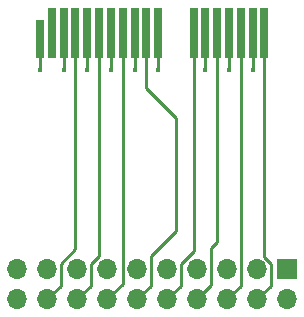
<source format=gbr>
%TF.GenerationSoftware,KiCad,Pcbnew,7.0.7-7.0.7~ubuntu22.04.1*%
%TF.CreationDate,2023-10-27T12:25:05+02:00*%
%TF.ProjectId,logic_probe,6c6f6769-635f-4707-926f-62652e6b6963,rev?*%
%TF.SameCoordinates,Original*%
%TF.FileFunction,Copper,L1,Top*%
%TF.FilePolarity,Positive*%
%FSLAX46Y46*%
G04 Gerber Fmt 4.6, Leading zero omitted, Abs format (unit mm)*
G04 Created by KiCad (PCBNEW 7.0.7-7.0.7~ubuntu22.04.1) date 2023-10-27 12:25:05*
%MOMM*%
%LPD*%
G01*
G04 APERTURE LIST*
%TA.AperFunction,ComponentPad*%
%ADD10R,1.700000X1.700000*%
%TD*%
%TA.AperFunction,ComponentPad*%
%ADD11O,1.700000X1.700000*%
%TD*%
%TA.AperFunction,ConnectorPad*%
%ADD12R,0.700000X4.300000*%
%TD*%
%TA.AperFunction,ConnectorPad*%
%ADD13R,0.700000X3.200000*%
%TD*%
%TA.AperFunction,ViaPad*%
%ADD14C,0.400000*%
%TD*%
%TA.AperFunction,Conductor*%
%ADD15C,0.250000*%
%TD*%
G04 APERTURE END LIST*
D10*
%TO.P,J2,1,Pin_1*%
%TO.N,GND*%
X111435000Y-102350000D03*
D11*
%TO.P,J2,2,Pin_2*%
X111435000Y-104890000D03*
%TO.P,J2,3,Pin_3*%
%TO.N,/D0*%
X108895000Y-102350000D03*
%TO.P,J2,4,Pin_4*%
%TO.N,/D8*%
X108895000Y-104890000D03*
%TO.P,J2,5,Pin_5*%
%TO.N,/D1*%
X106355000Y-102350000D03*
%TO.P,J2,6,Pin_6*%
%TO.N,/D9*%
X106355000Y-104890000D03*
%TO.P,J2,7,Pin_7*%
%TO.N,/D2*%
X103815000Y-102350000D03*
%TO.P,J2,8,Pin_8*%
%TO.N,/D10*%
X103815000Y-104890000D03*
%TO.P,J2,9,Pin_9*%
%TO.N,/D3*%
X101275000Y-102350000D03*
%TO.P,J2,10,Pin_10*%
%TO.N,/D11*%
X101275000Y-104890000D03*
%TO.P,J2,11,Pin_11*%
%TO.N,/D4*%
X98735000Y-102350000D03*
%TO.P,J2,12,Pin_12*%
%TO.N,/D12*%
X98735000Y-104890000D03*
%TO.P,J2,13,Pin_13*%
%TO.N,/D5*%
X96195000Y-102350000D03*
%TO.P,J2,14,Pin_14*%
%TO.N,/D13*%
X96195000Y-104890000D03*
%TO.P,J2,15,Pin_15*%
%TO.N,/D6*%
X93655000Y-102350000D03*
%TO.P,J2,16,Pin_16*%
%TO.N,/D14*%
X93655000Y-104890000D03*
%TO.P,J2,17,Pin_17*%
%TO.N,/D7*%
X91115000Y-102350000D03*
%TO.P,J2,18,Pin_18*%
%TO.N,/D15*%
X91115000Y-104890000D03*
%TO.P,J2,19,Pin_19*%
%TO.N,GND*%
X88575000Y-102350000D03*
%TO.P,J2,20,Pin_20*%
X88575000Y-104890000D03*
%TD*%
D12*
%TO.P,J1,A18,A18*%
%TO.N,/D8*%
X109500000Y-82300000D03*
%TO.P,J1,A17,A17*%
%TO.N,GND*%
X108500000Y-82300000D03*
%TO.P,J1,A16,A16*%
%TO.N,/D9*%
X107500000Y-82300000D03*
%TO.P,J1,A15,A15*%
%TO.N,GND*%
X106500000Y-82300000D03*
%TO.P,J1,A14,A14*%
%TO.N,/D10*%
X105500000Y-82300000D03*
%TO.P,J1,A13,A13*%
%TO.N,GND*%
X104500000Y-82300000D03*
%TO.P,J1,A12,A12*%
%TO.N,/D11*%
X103500000Y-82300000D03*
%TO.P,J1,A11,A11*%
%TO.N,GND*%
X100500000Y-82300000D03*
%TO.P,J1,A10,A10*%
%TO.N,/D12*%
X99500000Y-82300000D03*
%TO.P,J1,A9,A9*%
%TO.N,GND*%
X98500000Y-82300000D03*
%TO.P,J1,A8,A8*%
%TO.N,/D13*%
X97500000Y-82300000D03*
%TO.P,J1,A7,A7*%
%TO.N,GND*%
X96500000Y-82300000D03*
%TO.P,J1,A6,A6*%
%TO.N,/D14*%
X95500000Y-82300000D03*
%TO.P,J1,A5,A5*%
%TO.N,GND*%
X94500000Y-82300000D03*
%TO.P,J1,A4,A4*%
%TO.N,/D15*%
X93500000Y-82300000D03*
%TO.P,J1,A3,A3*%
%TO.N,GND*%
X92500000Y-82300000D03*
%TO.P,J1,A2,A2*%
%TO.N,unconnected-(J1-PadA2)*%
X91500000Y-82300000D03*
D13*
%TO.P,J1,A1,A1*%
%TO.N,GND*%
X90500000Y-82850000D03*
%TD*%
D14*
%TO.N,GND*%
X108500000Y-85500000D03*
X106500000Y-85500000D03*
X104500000Y-85500000D03*
X100500000Y-85500000D03*
X98500000Y-85500000D03*
X96500000Y-85500000D03*
X94500000Y-85500000D03*
X92500000Y-85500000D03*
X90500000Y-85500000D03*
%TD*%
D15*
%TO.N,/D10*%
X105500000Y-82300000D02*
X105500000Y-100000000D01*
X105500000Y-100000000D02*
X105000000Y-100500000D01*
X105000000Y-100500000D02*
X105000000Y-103705000D01*
X105000000Y-103705000D02*
X103815000Y-104890000D01*
%TO.N,/D12*%
X98735000Y-104890000D02*
X99910000Y-103715000D01*
X102000000Y-89500000D02*
X99500000Y-87000000D01*
X99910000Y-103715000D02*
X99910000Y-101226650D01*
X99910000Y-101226650D02*
X102000000Y-99136650D01*
X102000000Y-99136650D02*
X102000000Y-89500000D01*
X99500000Y-87000000D02*
X99500000Y-82300000D01*
%TO.N,/D8*%
X108895000Y-104890000D02*
X110070000Y-103715000D01*
X110070000Y-103715000D02*
X110070000Y-101863299D01*
X110070000Y-101863299D02*
X109500000Y-101293299D01*
X109500000Y-101293299D02*
X109500000Y-82300000D01*
%TO.N,/D9*%
X106355000Y-104890000D02*
X107530000Y-103715000D01*
X107530000Y-103715000D02*
X107530000Y-82330000D01*
X107530000Y-82330000D02*
X107500000Y-82300000D01*
%TO.N,/D11*%
X101275000Y-104890000D02*
X102450000Y-103715000D01*
X102450000Y-103715000D02*
X102450000Y-101863299D01*
X102450000Y-101863299D02*
X103500000Y-100813299D01*
X103500000Y-100813299D02*
X103500000Y-82300000D01*
%TO.N,/D13*%
X96195000Y-104890000D02*
X97500000Y-103585000D01*
X97500000Y-103585000D02*
X97500000Y-82300000D01*
%TO.N,/D14*%
X93655000Y-104890000D02*
X94830000Y-103715000D01*
X94830000Y-103715000D02*
X94830000Y-101863299D01*
X94830000Y-101863299D02*
X95500000Y-101193299D01*
X95500000Y-101193299D02*
X95500000Y-82300000D01*
%TO.N,/D15*%
X91115000Y-104890000D02*
X92290000Y-103715000D01*
X92290000Y-103715000D02*
X92290000Y-101863299D01*
X92290000Y-101863299D02*
X93500000Y-100653299D01*
X93500000Y-100653299D02*
X93500000Y-82300000D01*
%TO.N,GND*%
X108500000Y-82300000D02*
X108500000Y-85500000D01*
X106500000Y-82300000D02*
X106500000Y-85500000D01*
X104500000Y-82300000D02*
X104500000Y-85500000D01*
X100500000Y-82300000D02*
X100500000Y-85500000D01*
X98500000Y-82300000D02*
X98500000Y-85500000D01*
X96500000Y-82300000D02*
X96500000Y-85500000D01*
X94500000Y-82300000D02*
X94500000Y-85500000D01*
X92500000Y-82300000D02*
X92500000Y-85500000D01*
X90500000Y-82850000D02*
X90500000Y-85500000D01*
%TD*%
M02*

</source>
